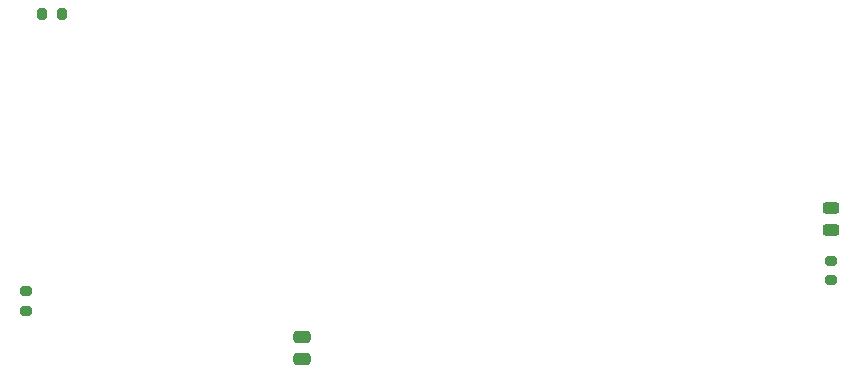
<source format=gbr>
%TF.GenerationSoftware,KiCad,Pcbnew,(6.0.7)*%
%TF.CreationDate,2023-02-22T21:26:53+03:00*%
%TF.ProjectId,Omarichet Sensor Shield 1.3,4f6d6172-6963-4686-9574-2053656e736f,rev?*%
%TF.SameCoordinates,Original*%
%TF.FileFunction,Paste,Top*%
%TF.FilePolarity,Positive*%
%FSLAX46Y46*%
G04 Gerber Fmt 4.6, Leading zero omitted, Abs format (unit mm)*
G04 Created by KiCad (PCBNEW (6.0.7)) date 2023-02-22 21:26:53*
%MOMM*%
%LPD*%
G01*
G04 APERTURE LIST*
G04 Aperture macros list*
%AMRoundRect*
0 Rectangle with rounded corners*
0 $1 Rounding radius*
0 $2 $3 $4 $5 $6 $7 $8 $9 X,Y pos of 4 corners*
0 Add a 4 corners polygon primitive as box body*
4,1,4,$2,$3,$4,$5,$6,$7,$8,$9,$2,$3,0*
0 Add four circle primitives for the rounded corners*
1,1,$1+$1,$2,$3*
1,1,$1+$1,$4,$5*
1,1,$1+$1,$6,$7*
1,1,$1+$1,$8,$9*
0 Add four rect primitives between the rounded corners*
20,1,$1+$1,$2,$3,$4,$5,0*
20,1,$1+$1,$4,$5,$6,$7,0*
20,1,$1+$1,$6,$7,$8,$9,0*
20,1,$1+$1,$8,$9,$2,$3,0*%
G04 Aperture macros list end*
%ADD10RoundRect,0.243750X-0.456250X0.243750X-0.456250X-0.243750X0.456250X-0.243750X0.456250X0.243750X0*%
%ADD11RoundRect,0.200000X0.200000X0.275000X-0.200000X0.275000X-0.200000X-0.275000X0.200000X-0.275000X0*%
%ADD12RoundRect,0.250000X0.475000X-0.250000X0.475000X0.250000X-0.475000X0.250000X-0.475000X-0.250000X0*%
%ADD13RoundRect,0.200000X-0.275000X0.200000X-0.275000X-0.200000X0.275000X-0.200000X0.275000X0.200000X0*%
%ADD14RoundRect,0.200000X0.275000X-0.200000X0.275000X0.200000X-0.275000X0.200000X-0.275000X-0.200000X0*%
G04 APERTURE END LIST*
D10*
%TO.C,D1*%
X164470000Y-93320000D03*
X164470000Y-95195000D03*
%TD*%
D11*
%TO.C,R2*%
X99355000Y-76930000D03*
X97705000Y-76930000D03*
%TD*%
D12*
%TO.C,C1*%
X119750000Y-106120000D03*
X119750000Y-104220000D03*
%TD*%
D13*
%TO.C,R1*%
X96350000Y-100350000D03*
X96350000Y-102000000D03*
%TD*%
D14*
%TO.C,R3*%
X164460000Y-99425000D03*
X164460000Y-97775000D03*
%TD*%
M02*

</source>
